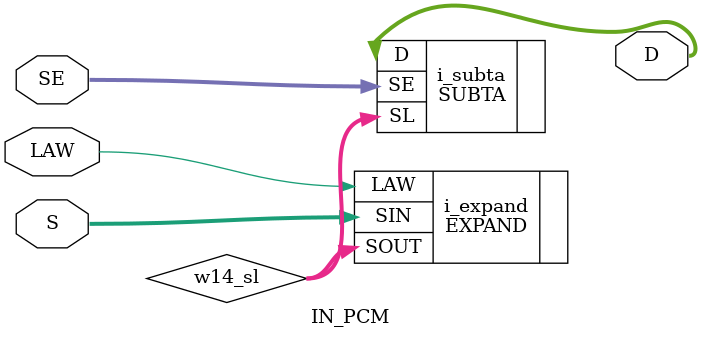
<source format=v>
/* IN_PCM.v
*
* Module: IN_PCM
*
* Authors:
* Matthew Pendel
*
* Description:
* Hierarchical module: Input PCM format 
* conversion and difference signal computation.
*
* Revision History:
* _Rev #_	_Author(s)_	_Date_		_Changes_
* 1.00		All		03/17/2014	Module Created.
*
*/

// Module Declaration
module IN_PCM (
	S,
	SE,
	LAW,
	D
);

///////////////////////////////////////////
// Inputs 
//
input
	  LAW;		// LAW select. alaw = 0; ulaw = 1;
input	[14:0]
	  SE;		// Unlimited speed control parameter
input	[7:0]
	  S;

///////////////////////////////////////////
// Outputs 
//
output [15:0]
	D;		// Triggered unlimited speed control parameter

///////////////////////////////////////////
// Wire and Register Instantiations
//
wire	[13:0]
	w14_sl;

///////////////////////////////////////////
// Module Instantiations
//
SUBTA i_subta (
      .SL   (w14_sl),
      .SE   (SE),
      .D    (D)
);

EXPAND i_expand (
      .SIN  (S),
      .LAW  (LAW),
      .SOUT (w14_sl)
);

endmodule // end of TRIGA

</source>
